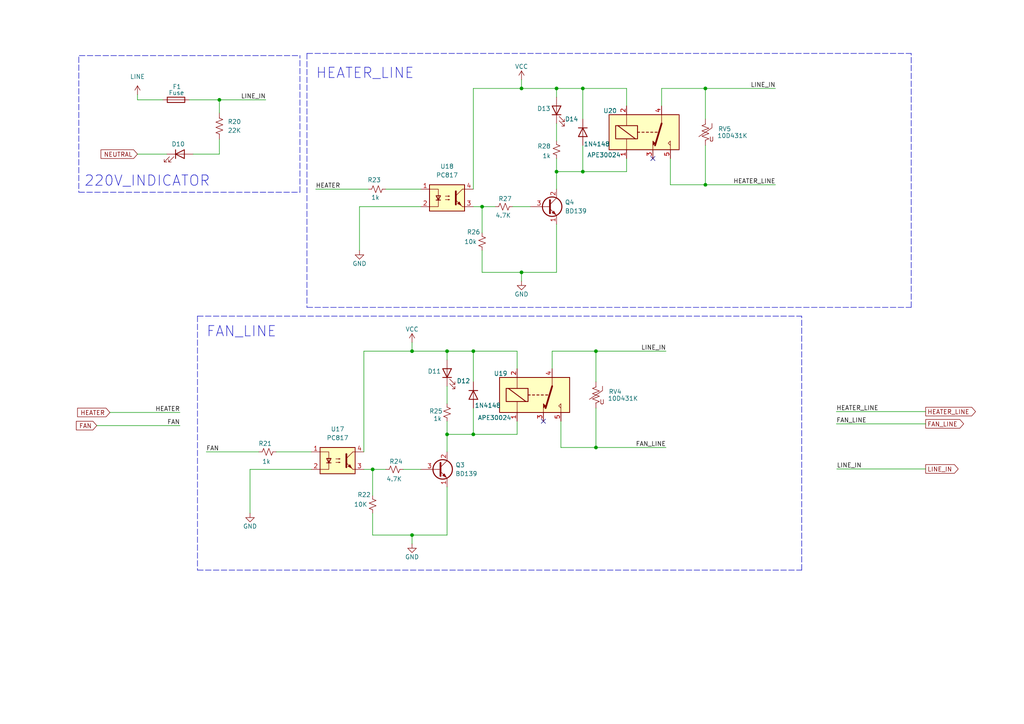
<source format=kicad_sch>
(kicad_sch (version 20211123) (generator eeschema)
  (paper "A4")
  (lib_symbols
    (symbol "Device:D" (pin_numbers hide) (pin_names (offset 1.016) hide)
      (property "Reference" "D" (at 0 2.54 0))
      (property "Value" "D" (at 0 -2.54 0))
      (symbol "D_0_1"
        (polyline (pts (xy -1.27 1.27) (xy -1.27 -1.27)) (stroke (width 0.254)))
        (polyline (pts (xy 1.27 0) (xy -1.27 0)))
        (polyline (pts (xy 1.27 1.27) (xy 1.27 -1.27) (xy -1.27 0) (xy 1.27 1.27)) (stroke (width 0.254)))
      )
      (symbol "D_1_1"
        (pin passive line (at -3.81 0 0) (length 2.54) (name "K") (number "1"))
        (pin passive line (at 3.81 0 180) (length 2.54) (name "A") (number "2"))
      )
    )
    (symbol "Device:Fuse" (pin_numbers hide) (pin_names (offset 0))
      (property "Reference" "F" (at 2.032 0 90))
      (property "Value" "Fuse" (at -1.905 0 90))
      (symbol "Fuse_0_1"
        (rectangle (start -0.762 -2.54) (end 0.762 2.54) (stroke (width 0.254)))
        (polyline (pts (xy 0 2.54) (xy 0 -2.54)))
      )
      (symbol "Fuse_1_1"
        (pin passive line (at 0 3.81 270) (length 1.27) (name "~") (number "1"))
        (pin passive line (at 0 -3.81 90) (length 1.27) (name "~") (number "2"))
      )
    )
    (symbol "Device:LED" (pin_numbers hide) (pin_names (offset 1.016) hide)
      (property "Reference" "D" (at 0 2.54 0))
      (property "Value" "LED" (at 0 -2.54 0))
      (symbol "LED_0_1"
        (polyline (pts (xy -1.27 -1.27) (xy -1.27 1.27)) (stroke (width 0.254)))
        (polyline (pts (xy -1.27 0) (xy 1.27 0)))
        (polyline (pts (xy 1.27 -1.27) (xy 1.27 1.27) (xy -1.27 0) (xy 1.27 -1.27)) (stroke (width 0.254)))
        (polyline (pts (xy -3.048 -0.762) (xy -4.572 -2.286) (xy -3.81 -2.286) (xy -4.572 -2.286) (xy -4.572 -1.524)))
        (polyline (pts (xy -1.778 -0.762) (xy -3.302 -2.286) (xy -2.54 -2.286) (xy -3.302 -2.286) (xy -3.302 -1.524)))
      )
      (symbol "LED_1_1"
        (pin passive line (at -3.81 0 0) (length 2.54) (name "K") (number "1"))
        (pin passive line (at 3.81 0 180) (length 2.54) (name "A") (number "2"))
      )
    )
    (symbol "Device:R_Small_US" (pin_numbers hide) (pin_names (offset 0.254) hide)
      (property "Reference" "R" (at 0.762 0.508 0))
      (property "Value" "R_Small_US" (at 0.762 -1.016 0))
      (symbol "R_Small_US_1_1"
        (polyline (pts (xy 0 0) (xy 1.016 -0.381) (xy 0 -0.762) (xy -1.016 -1.143) (xy 0 -1.524)))
        (polyline (pts (xy 0 1.524) (xy 1.016 1.143) (xy 0 0.762) (xy -1.016 0.381) (xy 0 0)))
        (pin passive line (at 0 2.54 270) (length 1.016) (name "~") (number "1"))
        (pin passive line (at 0 -2.54 90) (length 1.016) (name "~") (number "2"))
      )
    )
    (symbol "Device:R_US" (pin_numbers hide) (pin_names (offset 0))
      (property "Reference" "R" (at 2.54 0 90))
      (property "Value" "R_US" (at -2.54 0 90))
      (symbol "R_US_0_1"
        (polyline (pts (xy 0 -2.286) (xy 0 -2.54)))
        (polyline (pts (xy 0 2.286) (xy 0 2.54)))
        (polyline (pts (xy 0 -0.762) (xy 1.016 -1.143) (xy 0 -1.524) (xy -1.016 -1.905) (xy 0 -2.286)))
        (polyline (pts (xy 0 0.762) (xy 1.016 0.381) (xy 0 0) (xy -1.016 -0.381) (xy 0 -0.762)))
        (polyline (pts (xy 0 2.286) (xy 1.016 1.905) (xy 0 1.524) (xy -1.016 1.143) (xy 0 0.762)))
      )
      (symbol "R_US_1_1"
        (pin passive line (at 0 3.81 270) (length 1.27) (name "~") (number "1"))
        (pin passive line (at 0 -3.81 90) (length 1.27) (name "~") (number "2"))
      )
    )
    (symbol "Device:Varistor_US" (pin_numbers hide) (pin_names (offset 0))
      (property "Reference" "RV" (at 3.175 0 90))
      (property "Value" "Varistor_US" (at -3.175 0 90))
      (symbol "Varistor_US_0_0"
        (text "U" (at -1.778 -2.032 0) (effects (font (size 1.27 1.27))))
      )
      (symbol "Varistor_US_0_1"
        (polyline (pts (xy 0 -2.286) (xy 0 -2.54)))
        (polyline (pts (xy 0 2.286) (xy 0 2.54)))
        (polyline (pts (xy -1.905 2.54) (xy -1.905 1.27) (xy 1.905 -1.27)))
        (polyline (pts (xy 0 -0.762) (xy 1.016 -1.143) (xy 0 -1.524) (xy -1.016 -1.905) (xy 0 -2.286)))
        (polyline (pts (xy 0 0.762) (xy 1.016 0.381) (xy 0 0) (xy -1.016 -0.381) (xy 0 -0.762)))
        (polyline (pts (xy 0 2.286) (xy 1.016 1.905) (xy 0 1.524) (xy -1.016 1.143) (xy 0 0.762)))
      )
      (symbol "Varistor_US_1_1"
        (pin passive line (at 0 3.81 270) (length 1.27) (name "~") (number "1"))
        (pin passive line (at 0 -3.81 90) (length 1.27) (name "~") (number "2"))
      )
    )
    (symbol "Isolator:PC817" (pin_names (offset 1.016))
      (property "Reference" "U" (at -5.08 5.08 0))
      (property "Value" "PC817" (at 0 5.08 0))
      (symbol "PC817_0_1"
        (rectangle (start -5.08 3.81) (end 5.08 -3.81) (stroke (width 0.254)) (fill (type background)))
        (polyline (pts (xy -3.175 -0.635) (xy -1.905 -0.635)) (stroke (width 0.254)))
        (polyline (pts (xy 2.54 0.635) (xy 4.445 2.54)))
        (polyline (pts (xy 4.445 -2.54) (xy 2.54 -0.635)) (fill (type outline)))
        (polyline (pts (xy 4.445 -2.54) (xy 5.08 -2.54)))
        (polyline (pts (xy 4.445 2.54) (xy 5.08 2.54)))
        (polyline (pts (xy -5.08 2.54) (xy -2.54 2.54) (xy -2.54 -0.635)))
        (polyline (pts (xy -2.54 -0.635) (xy -2.54 -2.54) (xy -5.08 -2.54)))
        (polyline (pts (xy 2.54 1.905) (xy 2.54 -1.905) (xy 2.54 -1.905)) (stroke (width 0.508)))
        (polyline (pts (xy -2.54 -0.635) (xy -3.175 0.635) (xy -1.905 0.635) (xy -2.54 -0.635)) (stroke (width 0.254)))
        (polyline (pts (xy -0.508 -0.508) (xy 0.762 -0.508) (xy 0.381 -0.635) (xy 0.381 -0.381) (xy 0.762 -0.508)))
        (polyline (pts (xy -0.508 0.508) (xy 0.762 0.508) (xy 0.381 0.381) (xy 0.381 0.635) (xy 0.762 0.508)))
        (polyline (pts (xy 3.048 -1.651) (xy 3.556 -1.143) (xy 4.064 -2.159) (xy 3.048 -1.651) (xy 3.048 -1.651)) (fill (type outline)))
      )
      (symbol "PC817_1_1"
        (pin passive line (at -7.62 2.54 0) (length 2.54) (name "~") (number "1"))
        (pin passive line (at -7.62 -2.54 0) (length 2.54) (name "~") (number "2"))
        (pin passive line (at 7.62 -2.54 180) (length 2.54) (name "~") (number "3"))
        (pin passive line (at 7.62 2.54 180) (length 2.54) (name "~") (number "4"))
      )
    )
    (symbol "Transistor_BJT:BD139" (pin_names (offset 0) hide)
      (property "Reference" "Q" (at 5.08 1.905 0))
      (property "Value" "BD139" (at 5.08 0 0))
      (symbol "BD139_0_1"
        (polyline (pts (xy 0 0) (xy 0.635 0)))
        (polyline (pts (xy 2.54 -2.54) (xy 0.635 -0.635)))
        (polyline (pts (xy 2.54 2.54) (xy 0.635 0.635)))
        (polyline (pts (xy 0.635 1.905) (xy 0.635 -1.905) (xy 0.635 -1.905)) (stroke (width 0.508)) (fill (type outline)))
        (polyline (pts (xy 1.2446 -1.778) (xy 1.7526 -1.27) (xy 2.286 -2.286) (xy 1.2446 -1.778) (xy 1.2446 -1.778)) (fill (type outline)))
        (circle (center 1.27 0) (radius 2.8194) (stroke (width 0.3048)))
      )
      (symbol "BD139_1_1"
        (pin passive line (at 2.54 -5.08 90) (length 2.54) (name "E") (number "1"))
        (pin passive line (at 2.54 5.08 270) (length 2.54) (name "C") (number "2"))
        (pin input line (at -5.08 0 0) (length 5.08) (name "B") (number "3"))
      )
    )
    (symbol "User_Relay:APE30024"
      (property "Reference" "U" (at -8.89 6.35 0))
      (property "Value" "APE30024" (at -11.43 -6.35 0))
      (property "Footprint" "User_Relay:Relay_SPDT_28L_5W" (at 0 -8.89 0))
      (symbol "APE30024_0_0"
        (polyline (pts (xy 7.62 5.08) (xy 7.62 2.54) (xy 6.985 3.175) (xy 7.62 3.81)))
      )
      (symbol "APE30024_0_1"
        (rectangle (start -10.16 5.08) (end 10.16 -5.08) (stroke (width 0.254)) (fill (type background)))
        (rectangle (start -8.255 1.905) (end -1.905 -1.905) (stroke (width 0.254)))
        (polyline (pts (xy -7.62 -1.905) (xy -2.54 1.905)) (stroke (width 0.254)))
        (polyline (pts (xy -5.08 -5.08) (xy -5.08 -1.905)))
        (polyline (pts (xy -5.08 5.08) (xy -5.08 1.905)))
        (polyline (pts (xy -1.905 0) (xy -1.27 0)) (stroke (width 0.254)))
        (polyline (pts (xy -0.635 0) (xy 0 0)) (stroke (width 0.254)))
        (polyline (pts (xy 0.635 0) (xy 1.27 0)) (stroke (width 0.254)))
        (polyline (pts (xy 1.905 0) (xy 2.54 0)) (stroke (width 0.254)))
        (polyline (pts (xy 3.175 0) (xy 3.81 0)) (stroke (width 0.254)))
        (polyline (pts (xy 5.08 -2.54) (xy 3.175 3.81)) (stroke (width 0.508)))
        (polyline (pts (xy 5.08 -2.54) (xy 5.08 -5.08)))
      )
      (symbol "APE30024_1_1"
        (polyline (pts (xy 2.54 3.81) (xy 3.175 3.175) (xy 2.54 2.54) (xy 2.54 5.08)) (fill (type outline)))
        (pin passive line (at -5.08 7.62 270) (length 2.54) (name "~") (number "1"))
        (pin passive line (at -5.08 -7.62 90) (length 2.54) (name "~") (number "2"))
        (pin passive line (at 2.54 7.62 270) (length 2.54) (name "~") (number "3"))
        (pin passive line (at 5.08 -7.62 90) (length 2.54) (name "~") (number "4"))
        (pin passive line (at 7.62 7.62 270) (length 2.54) (name "~") (number "5"))
      )
    )
    (symbol "power:GND" (power) (pin_names (offset 0))
      (property "Value" "GND" (at 0 -3.81 0))
      (symbol "GND_0_1"
        (polyline (pts (xy 0 0) (xy 0 -1.27) (xy 1.27 -1.27) (xy 0 -2.54) (xy -1.27 -1.27) (xy 0 -1.27)))
      )
      (symbol "GND_1_1"
        (pin power_in line (at 0 0 270) (length 0) hide (name "GND") (number "1"))
      )
    )
    (symbol "power:LINE" (power) (pin_names (offset 0))
      (property "Value" "LINE" (at 0 3.81 0))
      (symbol "LINE_0_1"
        (polyline (pts (xy -0.762 1.27) (xy 0 2.54)))
        (polyline (pts (xy 0 0) (xy 0 2.54)))
        (polyline (pts (xy 0 2.54) (xy 0.762 1.27)))
      )
      (symbol "LINE_1_1"
        (pin power_in line (at 0 0 90) (length 0) hide (name "LINE") (number "1"))
      )
    )
    (symbol "power:VCC" (power) (pin_names (offset 0))
      (property "Value" "VCC" (at 0 3.81 0))
      (symbol "VCC_0_1"
        (polyline (pts (xy -0.762 1.27) (xy 0 2.54)))
        (polyline (pts (xy 0 0) (xy 0 2.54)))
        (polyline (pts (xy 0 2.54) (xy 0.762 1.27)))
      )
      (symbol "VCC_1_1"
        (pin power_in line (at 0 0 90) (length 0) hide (name "VCC") (number "1"))
      )
    )
  )
  (junction (at 139.827 59.944))
  (junction (at 151.257 78.994))
  (junction (at 172.847 129.794))
  (junction (at 119.507 155.194))
  (junction (at 151.257 25.654))
  (junction (at 169.037 49.784))
  (junction (at 161.417 49.784))
  (junction (at 161.417 25.654))
  (junction (at 169.037 25.654))
  (junction (at 204.597 53.594))
  (junction (at 129.667 125.984))
  (junction (at 204.597 25.654))
  (junction (at 137.287 101.854))
  (junction (at 119.507 101.854))
  (junction (at 172.847 101.854))
  (junction (at 129.667 101.854))
  (junction (at 63.627 28.956))
  (junction (at 108.077 136.144))
  (junction (at 137.287 125.984))
  (no_connect (at 189.357 45.974))
  (no_connect (at 157.607 122.174))
  (wire (pts (xy 169.037 42.164) (xy 169.037 49.784)))
  (wire (pts (xy 129.667 155.194) (xy 129.667 141.224)))
  (polyline (pts (xy 89.027 15.494) (xy 89.027 89.154)))
  (wire (pts (xy 172.847 101.854) (xy 172.847 110.744)))
  (wire (pts (xy 63.627 28.956) (xy 63.627 32.766)))
  (wire (pts (xy 105.537 136.144) (xy 108.077 136.144)))
  (wire (pts (xy 169.037 25.654) (xy 161.417 25.654)))
  (wire (pts (xy 160.147 106.934) (xy 160.147 101.854)))
  (polyline (pts (xy 89.027 15.494) (xy 264.287 15.494)))
  (wire (pts (xy 169.037 25.654) (xy 169.037 34.544)))
  (wire (pts (xy 137.287 101.854) (xy 129.667 101.854)))
  (wire (pts (xy 160.147 101.854) (xy 172.847 101.854)))
  (wire (pts (xy 91.567 54.864) (xy 106.807 54.864)))
  (wire (pts (xy 161.417 78.994) (xy 161.417 65.024)))
  (wire (pts (xy 172.847 129.794) (xy 193.167 129.794)))
  (wire (pts (xy 104.267 59.944) (xy 104.267 72.644)))
  (wire (pts (xy 39.878 27.432) (xy 39.878 28.956)))
  (wire (pts (xy 39.878 44.704) (xy 48.387 44.704)))
  (wire (pts (xy 172.847 101.854) (xy 193.167 101.854)))
  (wire (pts (xy 204.597 25.654) (xy 204.597 34.544)))
  (wire (pts (xy 194.437 53.594) (xy 204.597 53.594)))
  (polyline (pts (xy 57.277 91.694) (xy 57.277 165.354)))
  (wire (pts (xy 242.57 122.936) (xy 268.478 122.936)))
  (wire (pts (xy 161.417 49.784) (xy 161.417 54.864)))
  (polyline (pts (xy 22.86 16.51) (xy 22.86 55.753)))
  (wire (pts (xy 137.287 54.864) (xy 137.287 25.654)))
  (wire (pts (xy 149.987 125.984) (xy 137.287 125.984)))
  (wire (pts (xy 151.257 23.114) (xy 151.257 25.654)))
  (wire (pts (xy 108.077 155.194) (xy 119.507 155.194)))
  (wire (pts (xy 139.827 59.944) (xy 143.637 59.944)))
  (wire (pts (xy 161.417 35.814) (xy 161.417 40.894)))
  (wire (pts (xy 149.987 101.854) (xy 137.287 101.854)))
  (wire (pts (xy 151.257 81.534) (xy 151.257 78.994)))
  (wire (pts (xy 72.517 136.144) (xy 72.517 148.844)))
  (wire (pts (xy 181.737 30.734) (xy 181.737 25.654)))
  (wire (pts (xy 191.897 25.654) (xy 204.597 25.654)))
  (wire (pts (xy 119.507 99.314) (xy 119.507 101.854)))
  (wire (pts (xy 242.697 136.017) (xy 268.478 136.017)))
  (wire (pts (xy 105.537 131.064) (xy 105.537 101.854)))
  (wire (pts (xy 161.417 45.974) (xy 161.417 49.784)))
  (wire (pts (xy 137.287 125.984) (xy 129.667 125.984)))
  (wire (pts (xy 139.827 78.994) (xy 151.257 78.994)))
  (wire (pts (xy 108.077 136.144) (xy 111.887 136.144)))
  (wire (pts (xy 129.667 125.984) (xy 129.667 131.064)))
  (wire (pts (xy 204.597 53.594) (xy 224.917 53.594)))
  (wire (pts (xy 194.437 45.974) (xy 194.437 53.594)))
  (wire (pts (xy 137.287 25.654) (xy 151.257 25.654)))
  (wire (pts (xy 122.047 59.944) (xy 104.267 59.944)))
  (wire (pts (xy 181.737 25.654) (xy 169.037 25.654)))
  (wire (pts (xy 111.887 54.864) (xy 122.047 54.864)))
  (wire (pts (xy 149.987 106.934) (xy 149.987 101.854)))
  (polyline (pts (xy 264.287 89.154) (xy 264.287 15.494)))
  (polyline (pts (xy 86.995 55.753) (xy 86.995 16.129)))
  (wire (pts (xy 129.667 101.854) (xy 129.667 104.394)))
  (wire (pts (xy 105.537 101.854) (xy 119.507 101.854)))
  (wire (pts (xy 108.077 148.844) (xy 108.077 155.194)))
  (wire (pts (xy 162.687 122.174) (xy 162.687 129.794)))
  (wire (pts (xy 161.417 25.654) (xy 161.417 28.194)))
  (wire (pts (xy 90.297 136.144) (xy 72.517 136.144)))
  (polyline (pts (xy 232.537 165.354) (xy 232.537 91.694)))
  (wire (pts (xy 204.597 25.654) (xy 224.917 25.654)))
  (wire (pts (xy 63.627 40.386) (xy 63.627 44.704)))
  (polyline (pts (xy 57.277 91.694) (xy 232.537 91.694)))
  (wire (pts (xy 129.667 112.014) (xy 129.667 117.094)))
  (wire (pts (xy 242.57 119.38) (xy 268.478 119.38)))
  (wire (pts (xy 31.877 119.634) (xy 52.197 119.634)))
  (wire (pts (xy 139.827 59.944) (xy 139.827 67.564)))
  (wire (pts (xy 137.287 118.364) (xy 137.287 125.984)))
  (wire (pts (xy 129.667 122.174) (xy 129.667 125.984)))
  (wire (pts (xy 119.507 157.734) (xy 119.507 155.194)))
  (wire (pts (xy 39.878 28.956) (xy 47.244 28.956)))
  (wire (pts (xy 151.257 78.994) (xy 161.417 78.994)))
  (wire (pts (xy 116.967 136.144) (xy 122.047 136.144)))
  (wire (pts (xy 169.037 49.784) (xy 161.417 49.784)))
  (wire (pts (xy 63.627 28.956) (xy 77.089 28.956)))
  (wire (pts (xy 63.627 44.704) (xy 56.007 44.704)))
  (polyline (pts (xy 89.027 89.154) (xy 264.287 89.154)))
  (wire (pts (xy 119.507 155.194) (xy 129.667 155.194)))
  (wire (pts (xy 59.817 131.064) (xy 75.057 131.064)))
  (wire (pts (xy 137.287 101.854) (xy 137.287 110.744)))
  (wire (pts (xy 148.717 59.944) (xy 153.797 59.944)))
  (polyline (pts (xy 57.277 165.354) (xy 232.537 165.354)))
  (wire (pts (xy 151.257 25.654) (xy 161.417 25.654)))
  (wire (pts (xy 204.597 42.164) (xy 204.597 53.594)))
  (polyline (pts (xy 22.987 16.129) (xy 86.995 16.129)))
  (wire (pts (xy 54.864 28.956) (xy 63.627 28.956)))
  (wire (pts (xy 162.687 129.794) (xy 172.847 129.794)))
  (wire (pts (xy 181.737 45.974) (xy 181.737 49.784)))
  (wire (pts (xy 80.137 131.064) (xy 90.297 131.064)))
  (wire (pts (xy 137.287 59.944) (xy 139.827 59.944)))
  (wire (pts (xy 108.077 136.144) (xy 108.077 143.764)))
  (wire (pts (xy 181.737 49.784) (xy 169.037 49.784)))
  (wire (pts (xy 139.827 72.644) (xy 139.827 78.994)))
  (wire (pts (xy 172.847 118.364) (xy 172.847 129.794)))
  (polyline (pts (xy 22.86 55.753) (xy 86.995 55.753)))
  (wire (pts (xy 28.067 123.444) (xy 52.197 123.444)))
  (wire (pts (xy 149.987 122.174) (xy 149.987 125.984)))
  (wire (pts (xy 191.897 30.734) (xy 191.897 25.654)))
  (wire (pts (xy 119.507 101.854) (xy 129.667 101.854)))
  (text "HEATER_LINE\n" (at 91.567 23.114 0) (effects (font (size 3 3)) (justify left bottom)))
  (text "FAN_LINE\n" (at 59.817 98.044 0) (effects (font (size 3 3)) (justify left bottom)))
  (text "220V_INDICATOR" (at 24.384 54.356 0) (effects (font (size 3 3)) (justify left bottom)))
  (label "LINE_IN" (at 242.697 136.017 0))
  (label "LINE_IN" (at 77.089 28.956 180))
  (label "LINE_IN" (at 193.167 101.854 180))
  (label "HEATER_LINE" (at 242.57 119.38 0))
  (label "HEATER" (at 91.567 54.864 0))
  (label "HEATER_LINE" (at 224.917 53.594 180))
  (label "HEATER" (at 52.197 119.634 180))
  (label "FAN_LINE" (at 242.57 122.936 0))
  (label "FAN_LINE" (at 193.167 129.794 180))
  (label "LINE_IN" (at 224.917 25.654 180))
  (label "FAN" (at 59.817 131.064 0))
  (label "FAN" (at 52.197 123.444 180))
  (global_label "HEATER" (shape input) (at 31.877 119.634 180) (property "Intersheet References" "${INTERSHEET_REFS}" (effects hide)))
  (global_label "FAN" (shape input) (at 28.067 123.444 180) (property "Intersheet References" "${INTERSHEET_REFS}" (effects hide)))
  (global_label "HEATER_LINE" (shape output) (at 268.478 119.38 0) (property "Intersheet References" "${INTERSHEET_REFS}" (effects hide)))
  (global_label "FAN_LINE" (shape output) (at 268.478 122.936 0) (property "Intersheet References" "${INTERSHEET_REFS}" (effects hide)))
  (global_label "NEUTRAL" (shape input) (at 39.878 44.704 180) (property "Intersheet References" "${INTERSHEET_REFS}" (effects hide)))
  (global_label "LINE_IN" (shape output) (at 268.478 136.017 0) (property "Intersheet References" "${INTERSHEET_REFS}" (effects hide)))
  (symbol (lib_id "Device:R_Small_US") (at 129.667 119.634 180) (unit 1)
    (property "Reference" "R25" (at 128.397 119.253 0) (effects (justify left)))
    (property "Value" "1k" (at 128.143 121.412 0) (effects (justify left)))
    (property "Footprint" "Resistor_THT:R_Axial_DIN0207_L6.3mm_D2.5mm_P10.16mm_Horizontal" (effects hide))
  )
  (symbol (lib_id "Device:Fuse") (at 51.054 28.956 90) (unit 1)
    (property "Reference" "F1" (at 51.308 25.146 90))
    (property "Value" "Fuse" (at 51.181 26.924 90))
    (property "Footprint" "Fuse:Fuseholder_Clip-5x20mm_Keystone_3518P_Inline_P23.11x6.76mm_D2.44x1.70mm_Horizontal" (effects hide))
  )
  (symbol (lib_id "Device:Varistor_US") (at 172.847 114.554 0) (mirror y) (unit 1)
    (property "Reference" "RV4" (at 176.53 113.6006 0) (effects (justify right)))
    (property "Value" "10D431K" (at 176.276 115.57 0) (effects (justify right)))
    (property "Footprint" "User_Varistor:RV_Disc_D7mm_W5.7mm_P5mm" (effects hide))
  )
  (symbol (lib_id "Device:R_Small_US") (at 139.827 70.104 180) (unit 1)
    (property "Reference" "R26" (at 139.319 67.31 0) (effects (justify left)))
    (property "Value" "10k" (at 138.303 70.104 0) (effects (justify left)))
    (property "Footprint" "Resistor_THT:R_Axial_DIN0207_L6.3mm_D2.5mm_P10.16mm_Horizontal" (effects hide))
  )
  (symbol (lib_id "Transistor_BJT:BD139") (at 127.127 136.144 0) (unit 1)
    (property "Reference" "Q3" (at 132.08 134.8739 0) (effects (justify left)))
    (property "Value" "BD139" (at 132.08 137.4139 0) (effects (justify left)))
    (property "Footprint" "Package_TO_SOT_THT:TO-126-3_Vertical" (effects hide))
    (property "Datasheet" "http://www.st.com/internet/com/TECHNICAL_RESOURCES/TECHNICAL_LITERATURE/DATASHEET/CD00001225.pdf" (effects hide))
  )
  (symbol (lib_id "Device:Varistor_US") (at 204.597 38.354 0) (mirror y) (unit 1)
    (property "Reference" "RV5" (at 208.28 37.4006 0) (effects (justify right)))
    (property "Value" "10D431K" (at 208.026 39.37 0) (effects (justify right)))
    (property "Footprint" "User_Varistor:RV_Disc_D7mm_W5.7mm_P5mm" (effects hide))
  )
  (symbol (lib_id "Isolator:PC817") (at 97.917 133.604 0) (unit 1)
    (property "Reference" "U17" (at 97.917 124.46 0))
    (property "Value" "PC817" (at 97.917 127 0))
    (property "Footprint" "Package_DIP:DIP-4_W7.62mm_LongPads" (effects hide))
    (property "Datasheet" "http://www.soselectronic.cz/a_info/resource/d/pc817.pdf" (effects hide))
  )
  (symbol (lib_id "Device:D") (at 137.287 114.554 270) (unit 1)
    (property "Reference" "D12" (at 132.461 110.49 90) (effects (justify left)))
    (property "Value" "1N4148" (at 137.668 117.602 90) (effects (justify left)))
    (property "Footprint" "Diode_THT:D_DO-41_SOD81_P10.16mm_Horizontal" (effects hide))
  )
  (symbol (lib_id "Transistor_BJT:BD139") (at 158.877 59.944 0) (unit 1)
    (property "Reference" "Q4" (at 163.83 58.6739 0) (effects (justify left)))
    (property "Value" "BD139" (at 163.83 61.2139 0) (effects (justify left)))
    (property "Footprint" "Package_TO_SOT_THT:TO-126-3_Vertical" (effects hide))
    (property "Datasheet" "http://www.st.com/internet/com/TECHNICAL_RESOURCES/TECHNICAL_LITERATURE/DATASHEET/CD00001225.pdf" (effects hide))
  )
  (symbol (lib_id "Device:LED") (at 129.667 108.204 90) (unit 1)
    (property "Reference" "D11" (at 125.984 107.696 90))
    (property "Value" "LED" (effects hide))
    (property "Footprint" "LED_THT:LED_D3.0mm" (effects hide))
  )
  (symbol (lib_id "Device:LED") (at 52.197 44.704 0) (unit 1)
    (property "Reference" "D10" (at 51.689 41.783 0))
    (property "Value" "LED" (effects hide))
    (property "Footprint" "LED_THT:LED_D3.0mm" (effects hide))
  )
  (symbol (lib_id "power:LINE") (at 39.878 27.432 0) (unit 1)
    (property "Reference" "#PWR050" (effects hide))
    (property "Value" "LINE" (at 39.878 22.225 0))
  )
  (symbol (lib_id "User_Relay:APE30024") (at 155.067 114.554 0) (mirror x) (unit 1)
    (property "Reference" "U19" (at 147.193 108.331 0) (effects (justify right)))
    (property "Value" "APE30024" (at 148.336 121.158 0) (effects (justify right)))
    (property "Footprint" "User_Relay:Relay_SPDT_28L_5W" (effects hide))
  )
  (symbol (lib_id "Device:D") (at 169.037 38.354 270) (unit 1)
    (property "Reference" "D14" (at 163.83 34.544 90) (effects (justify left)))
    (property "Value" "1N4148" (at 169.291 41.783 90) (effects (justify left)))
    (property "Footprint" "Diode_THT:D_DO-41_SOD81_P10.16mm_Horizontal" (effects hide))
  )
  (symbol (lib_id "power:GND") (at 104.267 72.644 0) (unit 1)
    (property "Reference" "#PWR052" (effects hide))
    (property "Value" "GND" (at 104.267 76.454 0))
  )
  (symbol (lib_id "Device:R_US") (at 63.627 36.576 0) (unit 1)
    (property "Reference" "R20" (at 66.04 35.3059 0) (effects (justify left)))
    (property "Value" "22K" (at 66.04 37.8459 0) (effects (justify left)))
    (property "Footprint" "Resistor_THT:R_Axial_DIN0207_L6.3mm_D2.5mm_P10.16mm_Horizontal" (effects hide))
  )
  (symbol (lib_id "power:GND") (at 72.517 148.844 0) (unit 1)
    (property "Reference" "#PWR051" (effects hide))
    (property "Value" "GND" (at 72.517 152.654 0))
  )
  (symbol (lib_id "Device:R_Small_US") (at 146.177 59.944 90) (unit 1)
    (property "Reference" "R27" (at 148.463 57.658 90) (effects (justify left)))
    (property "Value" "4.7K" (at 148.209 62.484 90) (effects (justify left)))
    (property "Footprint" "Resistor_THT:R_Axial_DIN0207_L6.3mm_D2.5mm_P10.16mm_Horizontal" (effects hide))
  )
  (symbol (lib_id "power:GND") (at 119.507 157.734 0) (unit 1)
    (property "Reference" "#PWR054" (effects hide))
    (property "Value" "GND" (at 119.507 161.544 0))
  )
  (symbol (lib_id "Device:R_Small_US") (at 161.417 43.434 180) (unit 1)
    (property "Reference" "R28" (at 159.766 42.418 0) (effects (justify left)))
    (property "Value" "1k" (at 159.766 45.212 0) (effects (justify left)))
    (property "Footprint" "Resistor_THT:R_Axial_DIN0207_L6.3mm_D2.5mm_P10.16mm_Horizontal" (effects hide))
  )
  (symbol (lib_id "Device:R_Small_US") (at 109.347 54.864 90) (unit 1)
    (property "Reference" "R23" (at 110.49 52.197 90) (effects (justify left)))
    (property "Value" "1k" (at 110.109 57.277 90) (effects (justify left)))
    (property "Footprint" "Resistor_THT:R_Axial_DIN0207_L6.3mm_D2.5mm_P10.16mm_Horizontal" (effects hide))
  )
  (symbol (lib_id "Device:R_Small_US") (at 77.597 131.064 90) (unit 1)
    (property "Reference" "R21" (at 78.867 128.651 90) (effects (justify left)))
    (property "Value" "1k" (at 78.486 133.858 90) (effects (justify left)))
    (property "Footprint" "Resistor_THT:R_Axial_DIN0207_L6.3mm_D2.5mm_P10.16mm_Horizontal" (effects hide))
  )
  (symbol (lib_id "Device:R_Small_US") (at 108.077 146.304 180) (unit 1)
    (property "Reference" "R22" (at 107.569 143.51 0) (effects (justify left)))
    (property "Value" "10K" (at 106.553 146.304 0) (effects (justify left)))
    (property "Footprint" "Resistor_THT:R_Axial_DIN0207_L6.3mm_D2.5mm_P10.16mm_Horizontal" (effects hide))
  )
  (symbol (lib_id "power:GND") (at 151.257 81.534 0) (unit 1)
    (property "Reference" "#PWR056" (effects hide))
    (property "Value" "GND" (at 151.257 85.344 0))
  )
  (symbol (lib_id "Isolator:PC817") (at 129.667 57.404 0) (unit 1)
    (property "Reference" "U18" (at 129.667 48.26 0))
    (property "Value" "PC817" (at 129.667 50.8 0))
    (property "Footprint" "Package_DIP:DIP-4_W7.62mm_LongPads" (effects hide))
    (property "Datasheet" "http://www.soselectronic.cz/a_info/resource/d/pc817.pdf" (effects hide))
  )
  (symbol (lib_id "Device:LED") (at 161.417 32.004 90) (unit 1)
    (property "Reference" "D13" (at 157.734 31.496 90))
    (property "Value" "LED" (effects hide))
    (property "Footprint" "LED_THT:LED_D3.0mm" (effects hide))
  )
  (symbol (lib_id "power:VCC") (at 151.257 23.114 0) (unit 1)
    (property "Reference" "#PWR055" (effects hide))
    (property "Value" "VCC" (at 151.257 19.304 0))
  )
  (symbol (lib_id "power:VCC") (at 119.507 99.314 0) (unit 1)
    (property "Reference" "#PWR053" (effects hide))
    (property "Value" "VCC" (at 119.507 95.504 0))
  )
  (symbol (lib_id "User_Relay:APE30024") (at 186.817 38.354 0) (mirror x) (unit 1)
    (property "Reference" "U20" (at 178.943 32.131 0) (effects (justify right)))
    (property "Value" "APE30024" (at 180.086 44.958 0) (effects (justify right)))
    (property "Footprint" "User_Relay:Relay_SPDT_28L_5W" (effects hide))
  )
  (symbol (lib_id "Device:R_Small_US") (at 114.427 136.144 90) (unit 1)
    (property "Reference" "R24" (at 116.84 133.858 90) (effects (justify left)))
    (property "Value" "4.7K" (at 116.586 138.938 90) (effects (justify left)))
    (property "Footprint" "Resistor_THT:R_Axial_DIN0207_L6.3mm_D2.5mm_P10.16mm_Horizontal" (effects hide))
  )
)
</source>
